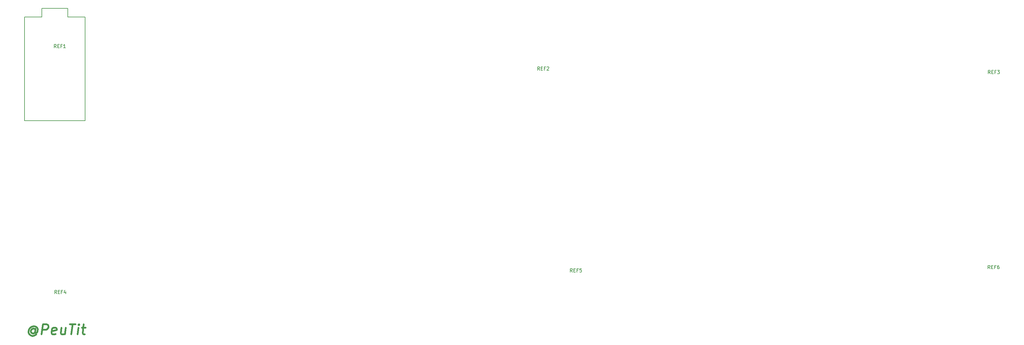
<source format=gto>
G04 #@! TF.GenerationSoftware,KiCad,Pcbnew,(6.0.7-1)-1*
G04 #@! TF.CreationDate,2022-10-03T10:16:15+02:00*
G04 #@! TF.ProjectId,staggered-keyboard,73746167-6765-4726-9564-2d6b6579626f,rev?*
G04 #@! TF.SameCoordinates,Original*
G04 #@! TF.FileFunction,Legend,Top*
G04 #@! TF.FilePolarity,Positive*
%FSLAX46Y46*%
G04 Gerber Fmt 4.6, Leading zero omitted, Abs format (unit mm)*
G04 Created by KiCad (PCBNEW (6.0.7-1)-1) date 2022-10-03 10:16:15*
%MOMM*%
%LPD*%
G01*
G04 APERTURE LIST*
%ADD10C,0.500000*%
%ADD11C,0.150000*%
%ADD12R,1.600000X1.600000*%
%ADD13C,1.600000*%
%ADD14C,2.200000*%
%ADD15C,1.750000*%
%ADD16C,3.987800*%
%ADD17C,3.000000*%
%ADD18C,3.048000*%
G04 APERTURE END LIST*
D10*
X69955267Y-232578571D02*
X69830267Y-232435714D01*
X69562410Y-232292857D01*
X69276696Y-232292857D01*
X68973125Y-232435714D01*
X68812410Y-232578571D01*
X68633839Y-232864285D01*
X68598125Y-233150000D01*
X68705267Y-233435714D01*
X68830267Y-233578571D01*
X69098125Y-233721428D01*
X69383839Y-233721428D01*
X69687410Y-233578571D01*
X69848125Y-233435714D01*
X69990982Y-232292857D02*
X69848125Y-233435714D01*
X69973125Y-233578571D01*
X70115982Y-233578571D01*
X70419553Y-233435714D01*
X70598125Y-233150000D01*
X70687410Y-232435714D01*
X70455267Y-232007142D01*
X70062410Y-231721428D01*
X69508839Y-231578571D01*
X68919553Y-231721428D01*
X68455267Y-232007142D01*
X68115982Y-232435714D01*
X67901696Y-233007142D01*
X67973125Y-233578571D01*
X68205267Y-234007142D01*
X68598125Y-234292857D01*
X69151696Y-234435714D01*
X69740982Y-234292857D01*
X70205267Y-234007142D01*
X71776696Y-234007142D02*
X72151696Y-231007142D01*
X73294553Y-231007142D01*
X73562410Y-231150000D01*
X73687410Y-231292857D01*
X73794553Y-231578571D01*
X73740982Y-232007142D01*
X73562410Y-232292857D01*
X73401696Y-232435714D01*
X73098125Y-232578571D01*
X71955267Y-232578571D01*
X75937410Y-233864285D02*
X75633839Y-234007142D01*
X75062410Y-234007142D01*
X74794553Y-233864285D01*
X74687410Y-233578571D01*
X74830267Y-232435714D01*
X75008839Y-232150000D01*
X75312410Y-232007142D01*
X75883839Y-232007142D01*
X76151696Y-232150000D01*
X76258839Y-232435714D01*
X76223125Y-232721428D01*
X74758839Y-233007142D01*
X78883839Y-232007142D02*
X78633839Y-234007142D01*
X77598125Y-232007142D02*
X77401696Y-233578571D01*
X77508839Y-233864285D01*
X77776696Y-234007142D01*
X78205267Y-234007142D01*
X78508839Y-233864285D01*
X78669553Y-233721428D01*
X80008839Y-231007142D02*
X81723125Y-231007142D01*
X80490982Y-234007142D02*
X80865982Y-231007142D01*
X82348125Y-234007142D02*
X82598125Y-232007142D01*
X82723125Y-231007142D02*
X82562410Y-231150000D01*
X82687410Y-231292857D01*
X82848125Y-231150000D01*
X82723125Y-231007142D01*
X82687410Y-231292857D01*
X83598125Y-232007142D02*
X84740982Y-232007142D01*
X84151696Y-231007142D02*
X83830267Y-233578571D01*
X83937410Y-233864285D01*
X84205267Y-234007142D01*
X84490982Y-234007142D01*
D11*
X227552380Y-215652380D02*
X227219047Y-215176190D01*
X226980952Y-215652380D02*
X226980952Y-214652380D01*
X227361904Y-214652380D01*
X227457142Y-214700000D01*
X227504761Y-214747619D01*
X227552380Y-214842857D01*
X227552380Y-214985714D01*
X227504761Y-215080952D01*
X227457142Y-215128571D01*
X227361904Y-215176190D01*
X226980952Y-215176190D01*
X227980952Y-215128571D02*
X228314285Y-215128571D01*
X228457142Y-215652380D02*
X227980952Y-215652380D01*
X227980952Y-214652380D01*
X228457142Y-214652380D01*
X229219047Y-215128571D02*
X228885714Y-215128571D01*
X228885714Y-215652380D02*
X228885714Y-214652380D01*
X229361904Y-214652380D01*
X230219047Y-214652380D02*
X229742857Y-214652380D01*
X229695238Y-215128571D01*
X229742857Y-215080952D01*
X229838095Y-215033333D01*
X230076190Y-215033333D01*
X230171428Y-215080952D01*
X230219047Y-215128571D01*
X230266666Y-215223809D01*
X230266666Y-215461904D01*
X230219047Y-215557142D01*
X230171428Y-215604761D01*
X230076190Y-215652380D01*
X229838095Y-215652380D01*
X229742857Y-215604761D01*
X229695238Y-215557142D01*
X217952380Y-156302380D02*
X217619047Y-155826190D01*
X217380952Y-156302380D02*
X217380952Y-155302380D01*
X217761904Y-155302380D01*
X217857142Y-155350000D01*
X217904761Y-155397619D01*
X217952380Y-155492857D01*
X217952380Y-155635714D01*
X217904761Y-155730952D01*
X217857142Y-155778571D01*
X217761904Y-155826190D01*
X217380952Y-155826190D01*
X218380952Y-155778571D02*
X218714285Y-155778571D01*
X218857142Y-156302380D02*
X218380952Y-156302380D01*
X218380952Y-155302380D01*
X218857142Y-155302380D01*
X219619047Y-155778571D02*
X219285714Y-155778571D01*
X219285714Y-156302380D02*
X219285714Y-155302380D01*
X219761904Y-155302380D01*
X220095238Y-155397619D02*
X220142857Y-155350000D01*
X220238095Y-155302380D01*
X220476190Y-155302380D01*
X220571428Y-155350000D01*
X220619047Y-155397619D01*
X220666666Y-155492857D01*
X220666666Y-155588095D01*
X220619047Y-155730952D01*
X220047619Y-156302380D01*
X220666666Y-156302380D01*
X350202380Y-157352380D02*
X349869047Y-156876190D01*
X349630952Y-157352380D02*
X349630952Y-156352380D01*
X350011904Y-156352380D01*
X350107142Y-156400000D01*
X350154761Y-156447619D01*
X350202380Y-156542857D01*
X350202380Y-156685714D01*
X350154761Y-156780952D01*
X350107142Y-156828571D01*
X350011904Y-156876190D01*
X349630952Y-156876190D01*
X350630952Y-156828571D02*
X350964285Y-156828571D01*
X351107142Y-157352380D02*
X350630952Y-157352380D01*
X350630952Y-156352380D01*
X351107142Y-156352380D01*
X351869047Y-156828571D02*
X351535714Y-156828571D01*
X351535714Y-157352380D02*
X351535714Y-156352380D01*
X352011904Y-156352380D01*
X352297619Y-156352380D02*
X352916666Y-156352380D01*
X352583333Y-156733333D01*
X352726190Y-156733333D01*
X352821428Y-156780952D01*
X352869047Y-156828571D01*
X352916666Y-156923809D01*
X352916666Y-157161904D01*
X352869047Y-157257142D01*
X352821428Y-157304761D01*
X352726190Y-157352380D01*
X352440476Y-157352380D01*
X352345238Y-157304761D01*
X352297619Y-157257142D01*
X350152380Y-214702380D02*
X349819047Y-214226190D01*
X349580952Y-214702380D02*
X349580952Y-213702380D01*
X349961904Y-213702380D01*
X350057142Y-213750000D01*
X350104761Y-213797619D01*
X350152380Y-213892857D01*
X350152380Y-214035714D01*
X350104761Y-214130952D01*
X350057142Y-214178571D01*
X349961904Y-214226190D01*
X349580952Y-214226190D01*
X350580952Y-214178571D02*
X350914285Y-214178571D01*
X351057142Y-214702380D02*
X350580952Y-214702380D01*
X350580952Y-213702380D01*
X351057142Y-213702380D01*
X351819047Y-214178571D02*
X351485714Y-214178571D01*
X351485714Y-214702380D02*
X351485714Y-213702380D01*
X351961904Y-213702380D01*
X352771428Y-213702380D02*
X352580952Y-213702380D01*
X352485714Y-213750000D01*
X352438095Y-213797619D01*
X352342857Y-213940476D01*
X352295238Y-214130952D01*
X352295238Y-214511904D01*
X352342857Y-214607142D01*
X352390476Y-214654761D01*
X352485714Y-214702380D01*
X352676190Y-214702380D01*
X352771428Y-214654761D01*
X352819047Y-214607142D01*
X352866666Y-214511904D01*
X352866666Y-214273809D01*
X352819047Y-214178571D01*
X352771428Y-214130952D01*
X352676190Y-214083333D01*
X352485714Y-214083333D01*
X352390476Y-214130952D01*
X352342857Y-214178571D01*
X352295238Y-214273809D01*
X76052380Y-149752380D02*
X75719047Y-149276190D01*
X75480952Y-149752380D02*
X75480952Y-148752380D01*
X75861904Y-148752380D01*
X75957142Y-148800000D01*
X76004761Y-148847619D01*
X76052380Y-148942857D01*
X76052380Y-149085714D01*
X76004761Y-149180952D01*
X75957142Y-149228571D01*
X75861904Y-149276190D01*
X75480952Y-149276190D01*
X76480952Y-149228571D02*
X76814285Y-149228571D01*
X76957142Y-149752380D02*
X76480952Y-149752380D01*
X76480952Y-148752380D01*
X76957142Y-148752380D01*
X77719047Y-149228571D02*
X77385714Y-149228571D01*
X77385714Y-149752380D02*
X77385714Y-148752380D01*
X77861904Y-148752380D01*
X78766666Y-149752380D02*
X78195238Y-149752380D01*
X78480952Y-149752380D02*
X78480952Y-148752380D01*
X78385714Y-148895238D01*
X78290476Y-148990476D01*
X78195238Y-149038095D01*
X76202380Y-222002380D02*
X75869047Y-221526190D01*
X75630952Y-222002380D02*
X75630952Y-221002380D01*
X76011904Y-221002380D01*
X76107142Y-221050000D01*
X76154761Y-221097619D01*
X76202380Y-221192857D01*
X76202380Y-221335714D01*
X76154761Y-221430952D01*
X76107142Y-221478571D01*
X76011904Y-221526190D01*
X75630952Y-221526190D01*
X76630952Y-221478571D02*
X76964285Y-221478571D01*
X77107142Y-222002380D02*
X76630952Y-222002380D01*
X76630952Y-221002380D01*
X77107142Y-221002380D01*
X77869047Y-221478571D02*
X77535714Y-221478571D01*
X77535714Y-222002380D02*
X77535714Y-221002380D01*
X78011904Y-221002380D01*
X78821428Y-221335714D02*
X78821428Y-222002380D01*
X78583333Y-220954761D02*
X78345238Y-221669047D01*
X78964285Y-221669047D01*
X71870000Y-138130000D02*
X79490000Y-138130000D01*
X66790000Y-140670000D02*
X66790000Y-171150000D01*
X66790000Y-140670000D02*
X71870000Y-140670000D01*
X79490000Y-140670000D02*
X84570000Y-140670000D01*
X71870000Y-140670000D02*
X71870000Y-138130000D01*
X84570000Y-140670000D02*
X84570000Y-171150000D01*
X84570000Y-171150000D02*
X66790000Y-171150000D01*
X79490000Y-138130000D02*
X79490000Y-140670000D01*
D12*
X68060000Y-141940000D03*
D13*
X68060000Y-144480000D03*
X68060000Y-147020000D03*
X68060000Y-149560000D03*
X68060000Y-152100000D03*
X68060000Y-154640000D03*
X68060000Y-157180000D03*
X68060000Y-159720000D03*
X68060000Y-162260000D03*
X68060000Y-164800000D03*
X68060000Y-167340000D03*
X68060000Y-169880000D03*
X83300000Y-169880000D03*
X83300000Y-167340000D03*
X83300000Y-164800000D03*
X83300000Y-162260000D03*
X83300000Y-159720000D03*
X83300000Y-157180000D03*
X83300000Y-154640000D03*
X83300000Y-152100000D03*
X83300000Y-149560000D03*
X83300000Y-147020000D03*
X83300000Y-144480000D03*
X83300000Y-141940000D03*
%LPC*%
D14*
X228600000Y-217050000D03*
X219000000Y-157550000D03*
X351250000Y-158750000D03*
X351200000Y-215900000D03*
X77100000Y-151200000D03*
X77250000Y-223450000D03*
D15*
X194897500Y-168257500D03*
D16*
X199977500Y-168257500D03*
D15*
X205057500Y-168257500D03*
D17*
X202517500Y-163177500D03*
X196167500Y-165717500D03*
D15*
X257445000Y-206357500D03*
D17*
X254905000Y-201277500D03*
D16*
X252365000Y-206357500D03*
D15*
X247285000Y-206357500D03*
D17*
X248555000Y-203817500D03*
D15*
X314595000Y-206357500D03*
X304435000Y-206357500D03*
D17*
X312055000Y-201277500D03*
X305705000Y-203817500D03*
D16*
X309515000Y-206357500D03*
D15*
X328247500Y-168257500D03*
X338407500Y-168257500D03*
D17*
X335867500Y-163177500D03*
X329517500Y-165717500D03*
D16*
X333327500Y-168257500D03*
D15*
X294910000Y-187307500D03*
D16*
X299990000Y-187307500D03*
D15*
X305070000Y-187307500D03*
D17*
X302530000Y-182227500D03*
X296180000Y-184767500D03*
D16*
X352362500Y-149212500D03*
D18*
X340424500Y-142227500D03*
D17*
X354902500Y-144132500D03*
D16*
X340424500Y-157467500D03*
D17*
X348552500Y-146672500D03*
D16*
X364300500Y-157467500D03*
D15*
X347282500Y-149212500D03*
D18*
X364300500Y-142227500D03*
D15*
X357442500Y-149212500D03*
D17*
X215217500Y-165717500D03*
D16*
X219027500Y-168257500D03*
D15*
X224107500Y-168257500D03*
X213947500Y-168257500D03*
D17*
X221567500Y-163177500D03*
X358140000Y-222885000D03*
D16*
X361950000Y-225425000D03*
D17*
X364490000Y-220345000D03*
D15*
X356870000Y-225425000D03*
X367030000Y-225425000D03*
X100290000Y-149220000D03*
D16*
X95210000Y-149220000D03*
D17*
X97750000Y-144140000D03*
X91400000Y-146680000D03*
D15*
X90130000Y-149220000D03*
D17*
X205692500Y-146667500D03*
D16*
X209502500Y-149207500D03*
D15*
X204422500Y-149207500D03*
X214582500Y-149207500D03*
D17*
X212042500Y-144127500D03*
X269192500Y-144127500D03*
D15*
X261572500Y-149207500D03*
D16*
X266652500Y-149207500D03*
D17*
X262842500Y-146667500D03*
D15*
X271732500Y-149207500D03*
X266335000Y-206357500D03*
D16*
X271415000Y-206357500D03*
D17*
X273955000Y-201277500D03*
D15*
X276495000Y-206357500D03*
D17*
X267605000Y-203817500D03*
D15*
X147907500Y-168257500D03*
D16*
X142827500Y-168257500D03*
D17*
X139017500Y-165717500D03*
X145367500Y-163177500D03*
D15*
X137747500Y-168257500D03*
X290147500Y-168257500D03*
D17*
X291417500Y-165717500D03*
D15*
X300307500Y-168257500D03*
D17*
X297767500Y-163177500D03*
D16*
X295227500Y-168257500D03*
D17*
X240617500Y-163177500D03*
D15*
X243157500Y-168257500D03*
D16*
X238077500Y-168257500D03*
D15*
X232997500Y-168257500D03*
D17*
X234267500Y-165717500D03*
D15*
X223472500Y-149207500D03*
D17*
X231092500Y-144127500D03*
D15*
X233632500Y-149207500D03*
D17*
X224742500Y-146667500D03*
D16*
X228552500Y-149207500D03*
D17*
X140605000Y-201277500D03*
X134255000Y-203817500D03*
D15*
X143145000Y-206357500D03*
D16*
X138065000Y-206357500D03*
D15*
X132985000Y-206357500D03*
D17*
X115270000Y-203850000D03*
X121620000Y-201310000D03*
D15*
X124160000Y-206390000D03*
X114000000Y-206390000D03*
D16*
X119080000Y-206390000D03*
D17*
X97790000Y-220345000D03*
D15*
X90170000Y-225425000D03*
D16*
X95250000Y-225425000D03*
D17*
X91440000Y-222885000D03*
D15*
X100330000Y-225425000D03*
D16*
X133302500Y-149207500D03*
D15*
X128222500Y-149207500D03*
D17*
X129492500Y-146667500D03*
X135842500Y-144127500D03*
D15*
X138382500Y-149207500D03*
X262207500Y-168257500D03*
X252047500Y-168257500D03*
D17*
X259667500Y-163177500D03*
X253317500Y-165717500D03*
D16*
X257127500Y-168257500D03*
D15*
X157432500Y-149207500D03*
D17*
X154892500Y-144127500D03*
D16*
X152352500Y-149207500D03*
D15*
X147272500Y-149207500D03*
D17*
X148542500Y-146667500D03*
X235855000Y-201277500D03*
D16*
X233315000Y-206357500D03*
D15*
X228235000Y-206357500D03*
D17*
X229505000Y-203817500D03*
D15*
X238395000Y-206357500D03*
X287813750Y-225425000D03*
D17*
X295433750Y-220345000D03*
X289083750Y-222885000D03*
D16*
X292893750Y-225425000D03*
D15*
X297973750Y-225425000D03*
D16*
X333343250Y-214630000D03*
X345281250Y-206375000D03*
D18*
X357219250Y-199390000D03*
D17*
X341471250Y-203835000D03*
D18*
X333343250Y-199390000D03*
D17*
X347821250Y-201295000D03*
D15*
X340201250Y-206375000D03*
X350361250Y-206375000D03*
D16*
X357219250Y-214630000D03*
X116681250Y-225425000D03*
D17*
X119221250Y-220345000D03*
D15*
X121761250Y-225425000D03*
X111601250Y-225425000D03*
D17*
X112871250Y-222885000D03*
D15*
X249713750Y-225425000D03*
D17*
X250983750Y-222885000D03*
D15*
X259873750Y-225425000D03*
D16*
X242855750Y-217170000D03*
X254793750Y-225425000D03*
D17*
X257333750Y-220345000D03*
D16*
X266731750Y-217170000D03*
D18*
X242855750Y-232410000D03*
X266731750Y-232410000D03*
D17*
X288242500Y-144127500D03*
D15*
X290782500Y-149207500D03*
D17*
X281892500Y-146667500D03*
D16*
X285702500Y-149207500D03*
D15*
X280622500Y-149207500D03*
D17*
X226330000Y-182227500D03*
D16*
X223790000Y-187307500D03*
D15*
X228870000Y-187307500D03*
X218710000Y-187307500D03*
D17*
X219980000Y-184767500D03*
X319992500Y-146667500D03*
X326342500Y-144127500D03*
D15*
X318722500Y-149207500D03*
D16*
X323802500Y-149207500D03*
D15*
X328882500Y-149207500D03*
D17*
X340630000Y-182227500D03*
X334280000Y-184767500D03*
D15*
X333010000Y-187307500D03*
D16*
X338090000Y-187307500D03*
D15*
X343170000Y-187307500D03*
D17*
X245380000Y-182227500D03*
X239030000Y-184767500D03*
D15*
X247920000Y-187307500D03*
D16*
X242840000Y-187307500D03*
D15*
X237760000Y-187307500D03*
D17*
X355711250Y-175242500D03*
D16*
X351266250Y-165844500D03*
D15*
X364601250Y-177782500D03*
D18*
X366506250Y-189720500D03*
D15*
X354441250Y-177782500D03*
D18*
X366506250Y-165844500D03*
D16*
X359521250Y-177782500D03*
D17*
X362061250Y-172702500D03*
D16*
X351266250Y-189720500D03*
D17*
X167592500Y-146667500D03*
D15*
X176482500Y-149207500D03*
D17*
X173942500Y-144127500D03*
D16*
X171402500Y-149207500D03*
D15*
X166322500Y-149207500D03*
D16*
X166640000Y-187307500D03*
D17*
X162830000Y-184767500D03*
D15*
X171720000Y-187307500D03*
D17*
X169180000Y-182227500D03*
D15*
X161560000Y-187307500D03*
X324120000Y-187307500D03*
D17*
X315230000Y-184767500D03*
X321580000Y-182227500D03*
D15*
X313960000Y-187307500D03*
D16*
X319040000Y-187307500D03*
D17*
X116760000Y-144130000D03*
D16*
X114220000Y-149210000D03*
D15*
X119300000Y-149210000D03*
X109140000Y-149210000D03*
D17*
X110410000Y-146670000D03*
X160496250Y-222885000D03*
D15*
X169386250Y-225425000D03*
D17*
X166846250Y-220345000D03*
D16*
X164306250Y-225425000D03*
D15*
X159226250Y-225425000D03*
D17*
X96165000Y-165710000D03*
D16*
X99975000Y-168250000D03*
D15*
X94895000Y-168250000D03*
D17*
X102515000Y-163170000D03*
D15*
X105055000Y-168250000D03*
D16*
X140493750Y-225425000D03*
D17*
X136683750Y-222885000D03*
D15*
X135413750Y-225425000D03*
D17*
X143033750Y-220345000D03*
D15*
X145573750Y-225425000D03*
D16*
X314277500Y-168257500D03*
D15*
X319357500Y-168257500D03*
D17*
X310467500Y-165717500D03*
X316817500Y-163177500D03*
D15*
X309197500Y-168257500D03*
D17*
X312896250Y-222885000D03*
D15*
X311626250Y-225425000D03*
D16*
X316706250Y-225425000D03*
D17*
X319246250Y-220345000D03*
D15*
X321786250Y-225425000D03*
X252682500Y-149207500D03*
D16*
X247602500Y-149207500D03*
D17*
X243792500Y-146667500D03*
X250142500Y-144127500D03*
D15*
X242522500Y-149207500D03*
X199660000Y-187307500D03*
X209820000Y-187307500D03*
D17*
X207280000Y-182227500D03*
D16*
X204740000Y-187307500D03*
D17*
X200930000Y-184767500D03*
X98583750Y-184785000D03*
D15*
X97313750Y-187325000D03*
X107473750Y-187325000D03*
D17*
X104933750Y-182245000D03*
D16*
X102393750Y-187325000D03*
D17*
X158067500Y-165717500D03*
X164417500Y-163177500D03*
D15*
X166957500Y-168257500D03*
X156797500Y-168257500D03*
D16*
X161877500Y-168257500D03*
X176165000Y-206357500D03*
D15*
X171085000Y-206357500D03*
X181245000Y-206357500D03*
D17*
X172355000Y-203817500D03*
X178705000Y-201277500D03*
D16*
X185690000Y-187307500D03*
D17*
X188230000Y-182227500D03*
D15*
X190770000Y-187307500D03*
X180610000Y-187307500D03*
D17*
X181880000Y-184767500D03*
D16*
X304752500Y-149207500D03*
D15*
X309832500Y-149207500D03*
D17*
X307292500Y-144127500D03*
X300942500Y-146667500D03*
D15*
X299672500Y-149207500D03*
X209185000Y-206357500D03*
D16*
X214265000Y-206357500D03*
D17*
X216805000Y-201277500D03*
X210455000Y-203817500D03*
D15*
X219345000Y-206357500D03*
D17*
X100171250Y-201295000D03*
X93821250Y-203835000D03*
D16*
X97631250Y-206375000D03*
D15*
X102711250Y-206375000D03*
X92551250Y-206375000D03*
D17*
X343058750Y-220345000D03*
X336708750Y-222885000D03*
D15*
X345598750Y-225425000D03*
D16*
X340518750Y-225425000D03*
D15*
X335438750Y-225425000D03*
D16*
X261890000Y-187307500D03*
D15*
X266970000Y-187307500D03*
X256810000Y-187307500D03*
D17*
X264430000Y-182227500D03*
X258080000Y-184767500D03*
X293005000Y-201277500D03*
D16*
X290465000Y-206357500D03*
D17*
X286655000Y-203817500D03*
D15*
X285385000Y-206357500D03*
X295545000Y-206357500D03*
D17*
X186642500Y-146667500D03*
X192992500Y-144127500D03*
D15*
X195532500Y-149207500D03*
D16*
X190452500Y-149207500D03*
D15*
X185372500Y-149207500D03*
D16*
X276177500Y-168257500D03*
D17*
X272367500Y-165717500D03*
D15*
X271097500Y-168257500D03*
X281257500Y-168257500D03*
D17*
X278717500Y-163177500D03*
X131080000Y-182227500D03*
D15*
X133620000Y-187307500D03*
D17*
X124730000Y-184767500D03*
D16*
X128540000Y-187307500D03*
D15*
X123460000Y-187307500D03*
X190135000Y-206357500D03*
D17*
X191405000Y-203817500D03*
X197755000Y-201277500D03*
D15*
X200295000Y-206357500D03*
D16*
X195215000Y-206357500D03*
X157115000Y-206357500D03*
D15*
X162195000Y-206357500D03*
D17*
X159655000Y-201277500D03*
D15*
X152035000Y-206357500D03*
D17*
X153305000Y-203817500D03*
D15*
X186007500Y-168257500D03*
D16*
X180927500Y-168257500D03*
D17*
X177117500Y-165717500D03*
X183467500Y-163177500D03*
D15*
X175847500Y-168257500D03*
D17*
X277130000Y-184767500D03*
D15*
X286020000Y-187307500D03*
D16*
X280940000Y-187307500D03*
D17*
X283480000Y-182227500D03*
D15*
X275860000Y-187307500D03*
D17*
X126317500Y-163177500D03*
D15*
X118697500Y-168257500D03*
X128857500Y-168257500D03*
D17*
X119967500Y-165717500D03*
D16*
X123777500Y-168257500D03*
X202406250Y-225425000D03*
D15*
X207486250Y-225425000D03*
D16*
X190468250Y-217170000D03*
D18*
X214344250Y-232410000D03*
D15*
X197326250Y-225425000D03*
D18*
X190468250Y-232410000D03*
D17*
X198596250Y-222885000D03*
X204946250Y-220345000D03*
D16*
X214344250Y-217170000D03*
D15*
X142510000Y-187307500D03*
D17*
X150130000Y-182227500D03*
X143780000Y-184767500D03*
D16*
X147590000Y-187307500D03*
D15*
X152670000Y-187307500D03*
D12*
X68060000Y-141940000D03*
D13*
X68060000Y-144480000D03*
X68060000Y-147020000D03*
X68060000Y-149560000D03*
X68060000Y-152100000D03*
X68060000Y-154640000D03*
X68060000Y-157180000D03*
X68060000Y-159720000D03*
X68060000Y-162260000D03*
X68060000Y-164800000D03*
X68060000Y-167340000D03*
X68060000Y-169880000D03*
X83300000Y-169880000D03*
X83300000Y-167340000D03*
X83300000Y-164800000D03*
X83300000Y-162260000D03*
X83300000Y-159720000D03*
X83300000Y-157180000D03*
X83300000Y-154640000D03*
X83300000Y-152100000D03*
X83300000Y-149560000D03*
X83300000Y-147020000D03*
X83300000Y-144480000D03*
X83300000Y-141940000D03*
M02*

</source>
